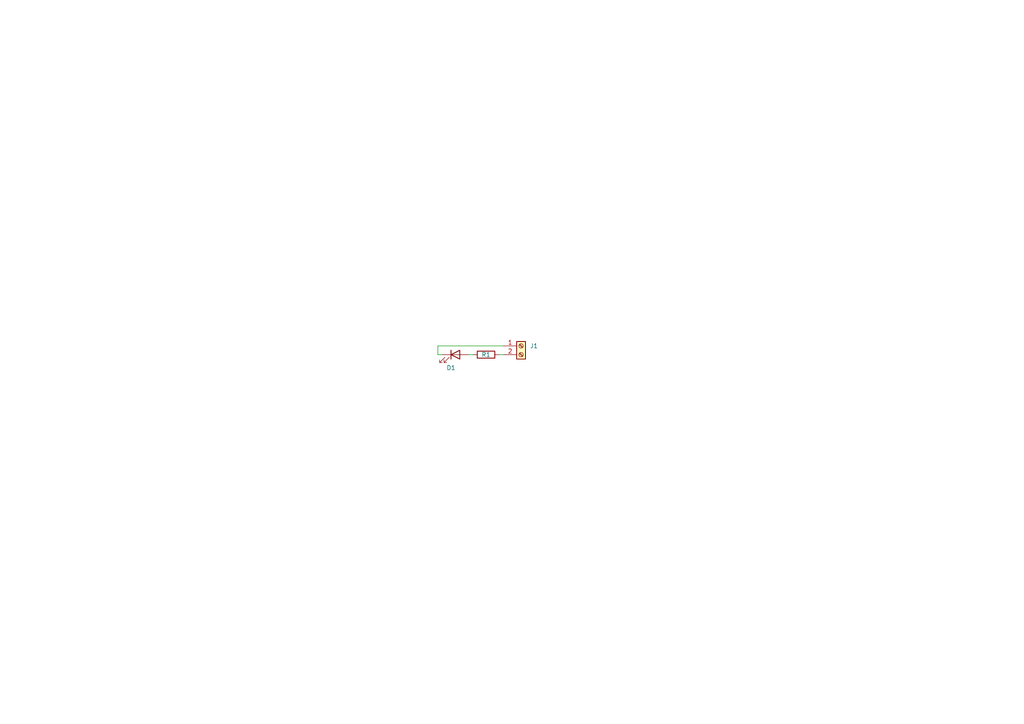
<source format=kicad_sch>
(kicad_sch (version 20230121) (generator eeschema)
  (paper "A4")
  (lib_symbols
    (symbol "Connector:Screw_Terminal_01x02" (pin_names (offset 1.016) hide)
      (property "Reference" "J" (at 0 2.54 0))
      (property "Value" "Screw_Terminal_01x02" (at 0 -5.08 0))
      (symbol "Screw_Terminal_01x02_1_1"
        (rectangle (start -1.27 1.27) (end 1.27 -3.81) (stroke (width 0.254)) (fill (type background)))
        (circle (center 0 -2.54) (radius 0.635) (stroke (width 0.1524)))
        (polyline (pts (xy -0.5334 -2.2098) (xy 0.3302 -3.048)) (stroke (width 0.1524)))
        (polyline (pts (xy -0.5334 0.3302) (xy 0.3302 -0.508)) (stroke (width 0.1524)))
        (polyline (pts (xy -0.3556 -2.032) (xy 0.508 -2.8702)) (stroke (width 0.1524)))
        (polyline (pts (xy -0.3556 0.508) (xy 0.508 -0.3302)) (stroke (width 0.1524)))
        (circle (center 0 0) (radius 0.635) (stroke (width 0.1524)))
        (pin passive line (at -5.08 0 0) (length 3.81) (name "Pin_1") (number "1"))
        (pin passive line (at -5.08 -2.54 0) (length 3.81) (name "Pin_2") (number "2"))
      )
    )
    (symbol "Device:LED" (pin_numbers hide) (pin_names (offset 1.016) hide)
      (property "Reference" "D" (at 0 2.54 0))
      (property "Value" "LED" (at 0 -2.54 0))
      (symbol "LED_0_1"
        (polyline (pts (xy -1.27 -1.27) (xy -1.27 1.27)) (stroke (width 0.254)))
        (polyline (pts (xy -1.27 0) (xy 1.27 0)))
        (polyline (pts (xy 1.27 -1.27) (xy 1.27 1.27) (xy -1.27 0) (xy 1.27 -1.27)) (stroke (width 0.254)))
        (polyline (pts (xy -3.048 -0.762) (xy -4.572 -2.286) (xy -3.81 -2.286) (xy -4.572 -2.286) (xy -4.572 -1.524)))
        (polyline (pts (xy -1.778 -0.762) (xy -3.302 -2.286) (xy -2.54 -2.286) (xy -3.302 -2.286) (xy -3.302 -1.524)))
      )
      (symbol "LED_1_1"
        (pin passive line (at -3.81 0 0) (length 2.54) (name "K") (number "1"))
        (pin passive line (at 3.81 0 180) (length 2.54) (name "A") (number "2"))
      )
    )
    (symbol "Device:R" (pin_numbers hide) (pin_names (offset 0))
      (property "Reference" "R" (at 2.032 0 90))
      (property "Value" "R" (at 0 0 90))
      (symbol "R_0_1"
        (rectangle (start -1.016 -2.54) (end 1.016 2.54) (stroke (width 0.254)))
      )
      (symbol "R_1_1"
        (pin passive line (at 0 3.81 270) (length 1.27) (name "~") (number "1"))
        (pin passive line (at 0 -3.81 90) (length 1.27) (name "~") (number "2"))
      )
    )
  )
  (wire (pts (xy 135.89 102.87) (xy 137.16 102.87)))
  (wire (pts (xy 128.27 102.87) (xy 127 102.87)))
  (wire (pts (xy 144.78 102.87) (xy 146.05 102.87)))
  (wire (pts (xy 127 102.87) (xy 127 100.33)))
  (wire (pts (xy 127 100.33) (xy 146.05 100.33)))
  (symbol (lib_id "Device:LED") (at 132.08 102.87 0) (unit 1)
    (property "Reference" "D1" (at 130.81 106.68 0))
    (property "Value" "LED" (effects hide))
  )
  (symbol (lib_id "Device:R") (at 140.97 102.87 90) (unit 1)
    (property "Reference" "R1" (at 140.97 102.87 90))
    (property "Value" "R" (effects hide))
  )
  (symbol (lib_id "Connector:Screw_Terminal_01x02") (at 151.13 100.33 0) (unit 1)
    (property "Reference" "J1" (at 153.67 100.33 0) (effects (justify left)))
    (property "Value" "Screw_Terminal_01x02" (effects hide))
  )
)
</source>
